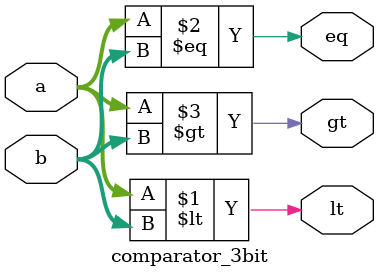
<source format=v>
module comparator_3bit(input [2:0]a,b,output lt,eq,gt);

assign lt=a<b;
assign eq=a==b;
assign gt=a>b;

endmodule

</source>
